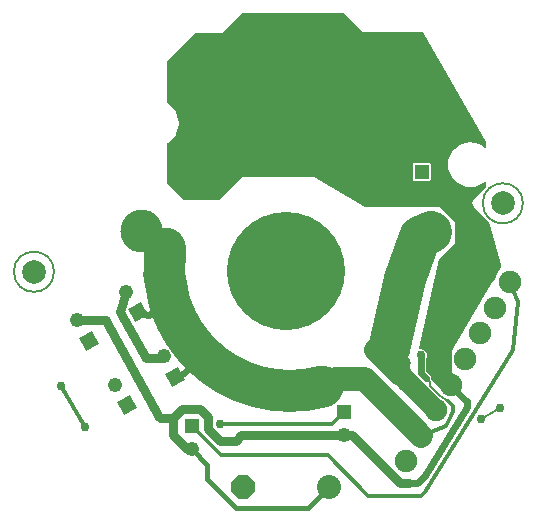
<source format=gbl>
G04 Layer_Physical_Order=2*
G04 Layer_Color=16711680*
%FSLAX24Y24*%
%MOIN*%
G70*
G01*
G75*
%ADD10C,0.0070*%
G04:AMPARAMS|DCode=25|XSize=78.7mil|YSize=78.7mil|CornerRadius=39.4mil|HoleSize=0mil|Usage=FLASHONLY|Rotation=45.000|XOffset=0mil|YOffset=0mil|HoleType=Round|Shape=RoundedRectangle|*
%AMROUNDEDRECTD25*
21,1,0.0787,0.0000,0,0,45.0*
21,1,0.0000,0.0787,0,0,45.0*
1,1,0.0787,0.0000,0.0000*
1,1,0.0787,0.0000,0.0000*
1,1,0.0787,0.0000,0.0000*
1,1,0.0787,0.0000,0.0000*
%
%ADD25ROUNDEDRECTD25*%
%ADD31C,0.0080*%
%ADD32C,0.0800*%
%ADD33C,0.0130*%
%ADD34C,0.0300*%
%ADD35C,0.0240*%
%ADD37C,0.0120*%
%ADD38C,0.0160*%
%ADD41C,0.0490*%
%ADD42R,0.0490X0.0490*%
%ADD43C,0.1000*%
%ADD45C,0.0748*%
%ADD46P,0.0693X4X165.0*%
%ADD47C,0.0800*%
%ADD48P,0.0866X8X22.5*%
%ADD49C,0.0300*%
%ADD50C,0.0400*%
%ADD51C,0.1400*%
G04:AMPARAMS|DCode=52|XSize=78.7mil|YSize=78.7mil|CornerRadius=39.4mil|HoleSize=0mil|Usage=FLASHONLY|Rotation=135.000|XOffset=0mil|YOffset=0mil|HoleType=Round|Shape=RoundedRectangle|*
%AMROUNDEDRECTD52*
21,1,0.0787,0.0000,0,0,135.0*
21,1,0.0000,0.0787,0,0,135.0*
1,1,0.0787,0.0000,0.0000*
1,1,0.0787,0.0000,0.0000*
1,1,0.0787,0.0000,0.0000*
1,1,0.0787,0.0000,0.0000*
%
%ADD52ROUNDEDRECTD52*%
%ADD53C,0.0650*%
%ADD54C,0.0220*%
%ADD55C,0.0500*%
%ADD56C,0.0450*%
%ADD57C,0.3937*%
G36*
X7295Y16134D02*
X9265D01*
X9325Y16074D01*
X11377Y12473D01*
X11377Y12302D01*
X11332Y12281D01*
X11276Y12327D01*
X11270Y12328D01*
X11267Y12333D01*
X11147Y12397D01*
X11141Y12397D01*
X11137Y12401D01*
X11007Y12440D01*
X11002Y12440D01*
X10997Y12442D01*
X10862Y12455D01*
X10859Y12455D01*
X10857Y12456D01*
X10854Y12455D01*
X10851Y12455D01*
X10716Y12442D01*
X10711Y12440D01*
X10706Y12440D01*
X10576Y12401D01*
X10572Y12397D01*
X10566Y12397D01*
X10446Y12333D01*
X10443Y12328D01*
X10438Y12327D01*
X10333Y12241D01*
X10330Y12236D01*
X10325Y12233D01*
X10239Y12128D01*
X10237Y12123D01*
X10233Y12119D01*
X10169Y12000D01*
X10169Y11994D01*
X10165Y11990D01*
X10126Y11860D01*
X10126Y11855D01*
X10124Y11850D01*
X10110Y11715D01*
X10112Y11709D01*
X10110Y11704D01*
X10124Y11569D01*
X10126Y11564D01*
X10126Y11559D01*
X10165Y11429D01*
X10169Y11424D01*
X10169Y11419D01*
X10233Y11299D01*
X10237Y11296D01*
X10239Y11290D01*
X10325Y11185D01*
X10330Y11183D01*
X10333Y11178D01*
X10438Y11092D01*
X10443Y11090D01*
X10446Y11086D01*
X10566Y11022D01*
X10572Y11021D01*
X10576Y11018D01*
X10706Y10978D01*
X10711Y10979D01*
X10716Y10976D01*
X10851Y10963D01*
X10854Y10964D01*
X10857Y10963D01*
X10859Y10964D01*
X10862Y10963D01*
X10997Y10976D01*
X11002Y10979D01*
X11007Y10978D01*
X11137Y11018D01*
X11141Y11021D01*
X11147Y11022D01*
X11267Y11086D01*
X11270Y11090D01*
X11276Y11092D01*
X11333Y11139D01*
X11378Y11118D01*
X11378Y10949D01*
X11255Y10826D01*
X11012Y10583D01*
X10976Y10549D01*
X10976Y10549D01*
X10936Y10490D01*
X10923Y10420D01*
X10936Y10350D01*
X10976Y10291D01*
X11012Y10257D01*
X11380Y9890D01*
X11381Y8819D01*
X11890Y8310D01*
X9645Y4504D01*
X9615Y4505D01*
X9591Y4510D01*
X9574Y4536D01*
X9556Y4554D01*
X9563Y4590D01*
X9550Y4656D01*
X9513Y4713D01*
X9383Y4842D01*
Y5259D01*
X9398Y5281D01*
X9414Y5359D01*
X9398Y5437D01*
X9354Y5503D01*
X9288Y5548D01*
X9210Y5563D01*
X9185Y5558D01*
X9144Y5601D01*
X9828Y8577D01*
X10355Y9104D01*
X10355Y9803D01*
X9858Y10300D01*
X7355Y10300D01*
X5635Y11310D01*
X3250D01*
X2474Y10534D01*
X1308Y10534D01*
X730Y11112D01*
X730Y12412D01*
X751Y12417D01*
X755Y12420D01*
X761Y12421D01*
X769Y12427D01*
X778Y12431D01*
X782Y12435D01*
X786Y12438D01*
X1038Y12690D01*
X1041Y12694D01*
X1045Y12698D01*
X1050Y12707D01*
X1056Y12716D01*
X1057Y12721D01*
X1059Y12726D01*
X1151Y13070D01*
X1152Y13075D01*
X1153Y13080D01*
X1153Y13091D01*
X1153Y13101D01*
X1152Y13106D01*
X1151Y13111D01*
X1059Y13456D01*
X1057Y13460D01*
X1056Y13465D01*
X1050Y13474D01*
X1045Y13483D01*
X1041Y13487D01*
X1038Y13491D01*
X786Y13743D01*
X778Y13749D01*
X770Y13756D01*
X730Y13779D01*
X730Y15179D01*
X1665Y16114D01*
X2574D01*
X3236Y16776D01*
X6653D01*
X7295Y16134D01*
D02*
G37*
%LPC*%
G36*
X9485Y11765D02*
X8995D01*
X8957Y11750D01*
X8941Y11711D01*
Y11221D01*
X8957Y11183D01*
X8995Y11167D01*
X9485D01*
X9523Y11183D01*
X9539Y11221D01*
Y11711D01*
X9523Y11750D01*
X9485Y11765D01*
D02*
G37*
%LPD*%
D10*
X12609Y10420D02*
G03*
X12609Y10420I-669J0D01*
G01*
X-3021Y8140D02*
G03*
X-3021Y8140I-669J0D01*
G01*
D25*
X-3690D02*
D03*
D31*
X9516Y4340D02*
X9835Y4014D01*
X9509Y4347D02*
Y4471D01*
X9390Y4590D02*
X9509Y4471D01*
Y4347D02*
X9516Y4340D01*
X11200Y3248D02*
X11850Y3598D01*
X9835Y4014D02*
X10115Y3844D01*
D32*
X8209Y5024D02*
X8510Y4724D01*
X6338Y4554D02*
X7336D01*
X8211Y5023D02*
X8211Y5023D01*
X8209Y5024D02*
X8211Y5023D01*
X7336Y4554D02*
X9217Y2673D01*
X8510Y4724D02*
Y4724D01*
X7704Y5530D02*
X7918Y5316D01*
X7704Y5530D02*
X7904Y5330D01*
X7904Y5330D01*
X7918Y5316D01*
X8209Y5024D01*
X8211Y5023D02*
X8305Y4934D01*
D33*
X-103Y9479D02*
X-103Y9479D01*
Y9479D02*
Y9479D01*
X6246Y3080D02*
X6640Y3474D01*
X2510Y3080D02*
X6246D01*
X2559Y2025D02*
X6105D01*
X1580Y3004D02*
X2559Y2025D01*
X7460Y670D02*
X8615Y670D01*
X6105Y2025D02*
X7460Y670D01*
X-2773Y4329D02*
X-2003Y2979D01*
X9338Y800D02*
X12288Y5519D01*
X8905Y669D02*
X9136Y669D01*
X8615Y670D02*
X8905Y669D01*
X9207D01*
X8905D02*
X8905D01*
X9207D02*
X9338Y800D01*
X8825Y1084D02*
X8925Y1084D01*
X12288Y5519D02*
X12450Y7123D01*
X12287Y5515D02*
X12288Y5519D01*
X12175Y7780D02*
X12450Y7123D01*
D34*
X-811Y6804D02*
X-627Y7471D01*
X-811Y6804D02*
X60Y5270D01*
X-1278Y6500D02*
X494Y3314D01*
X-2247Y6521D02*
X-1278D01*
X60Y5270D02*
X583Y5271D01*
X558Y3250D02*
X930D01*
X494Y3314D02*
X558Y3250D01*
X930D02*
X1240Y3560D01*
X1424Y2216D02*
X1580D01*
X930Y2710D02*
X1424Y2216D01*
X930Y2710D02*
Y3250D01*
X1240Y3560D02*
X1860D01*
X2110Y3310D01*
Y2910D02*
Y3310D01*
Y2910D02*
X2510Y2510D01*
X3040D01*
X3216Y2686D01*
X6640D01*
X6923D01*
X8525Y1084D01*
X8825Y1084D01*
D35*
X1300Y4770D02*
X1915Y5357D01*
X100Y6700D02*
X882Y6972D01*
X1036Y4622D02*
X1300Y4770D01*
X977Y4589D02*
X1036Y4622D01*
X-233Y6789D02*
X100Y6700D01*
X9210Y4770D02*
X9390Y4590D01*
X9210Y4770D02*
Y5359D01*
D37*
X9217Y2673D02*
X10035Y3004D01*
X10210Y3320D01*
X10257Y3430D02*
X10277Y3478D01*
X10210Y3320D02*
X10257Y3430D01*
X10210Y3320D02*
X10210Y3320D01*
X10115Y3844D02*
X10278Y3681D01*
Y3529D02*
Y3681D01*
D38*
X3060Y260D02*
X5458D01*
X2096Y1224D02*
X3060Y260D01*
X2096Y1224D02*
Y1700D01*
X5458Y260D02*
X6157Y959D01*
X1580Y2216D02*
X2096Y1700D01*
D41*
X9240Y12254D02*
D03*
X1580Y2216D02*
D03*
X6640Y2686D02*
D03*
X-977Y4381D02*
D03*
X-2247Y6521D02*
D03*
X633Y5321D02*
D03*
X-627Y7471D02*
D03*
D42*
X9240Y11466D02*
D03*
X1580Y3004D02*
D03*
X6640Y3474D02*
D03*
D43*
X-103Y9479D02*
D03*
X9557Y9479D02*
D03*
D45*
X8725Y1820D02*
D03*
X9217Y2673D02*
D03*
X9709Y3525D02*
D03*
X10201Y4377D02*
D03*
X10693Y5230D02*
D03*
X11185Y6082D02*
D03*
X11677Y6935D02*
D03*
X12170Y7787D02*
D03*
D46*
X-583Y3699D02*
D03*
X-1853Y5839D02*
D03*
X1027Y4639D02*
D03*
X-233Y6789D02*
D03*
D47*
X6157Y959D02*
D03*
D48*
X3277Y959D02*
D03*
D49*
X9470Y6440D02*
D03*
X1600Y13510D02*
D03*
X2510Y3080D02*
D03*
X3700Y11580D02*
D03*
X3260Y14870D02*
D03*
X11200Y3248D02*
D03*
X9210Y5359D02*
D03*
X-2003Y2979D02*
D03*
X11850Y3598D02*
D03*
X8908Y14720D02*
D03*
X4365Y3854D02*
D03*
X7885Y12835D02*
D03*
X8930Y12940D02*
D03*
X7160Y12290D02*
D03*
X3920Y14030D02*
D03*
X9300Y13980D02*
D03*
X-2773Y4329D02*
D03*
D50*
X6814Y4682D02*
D03*
X8510Y4724D02*
D03*
X8680Y5100D02*
D03*
X8660Y4360D02*
D03*
X9070Y4164D02*
D03*
D51*
X882Y6972D02*
G03*
X1915Y5357I3962J1395D01*
G01*
X821Y7159D02*
G03*
X882Y6972I4022J1209D01*
G01*
X-99Y9515D02*
G03*
X-103Y9479I4629J-651D01*
G01*
X1915Y5357D02*
G03*
X5925Y4309I2929J3011D01*
G01*
X680Y8920D02*
G03*
X821Y7159I4163J-553D01*
G01*
X8130Y5551D02*
X8131Y5554D01*
X9172Y9299D02*
X9557Y9479D01*
X8664Y7894D02*
X9172Y9299D01*
X8131Y5554D02*
X8664Y7894D01*
D52*
X11940Y10420D02*
D03*
D53*
X8769Y4469D02*
X9071Y4165D01*
X8409Y4830D02*
X8512Y4726D01*
X8769Y4469D01*
X9071Y4165D02*
X9708Y3526D01*
X8305Y4934D02*
X8409Y4830D01*
X9924Y4634D02*
Y5654D01*
Y4634D02*
X10171Y4387D01*
X9924Y5654D02*
X11020Y7550D01*
D54*
X10190Y4366D02*
X10725Y3824D01*
X10170Y4386D02*
X10190Y4366D01*
X9297Y1287D02*
X10734Y3641D01*
X8925Y1084D02*
X9095Y1084D01*
X9297Y1287D01*
X10725Y3824D02*
X10734Y3816D01*
Y3641D02*
Y3816D01*
D55*
X11020Y7550D02*
X11455Y8026D01*
X11230Y9660D02*
X11620Y8350D01*
D56*
X11455Y8026D02*
X11620Y8350D01*
D57*
X4717Y8169D02*
D03*
M02*

</source>
